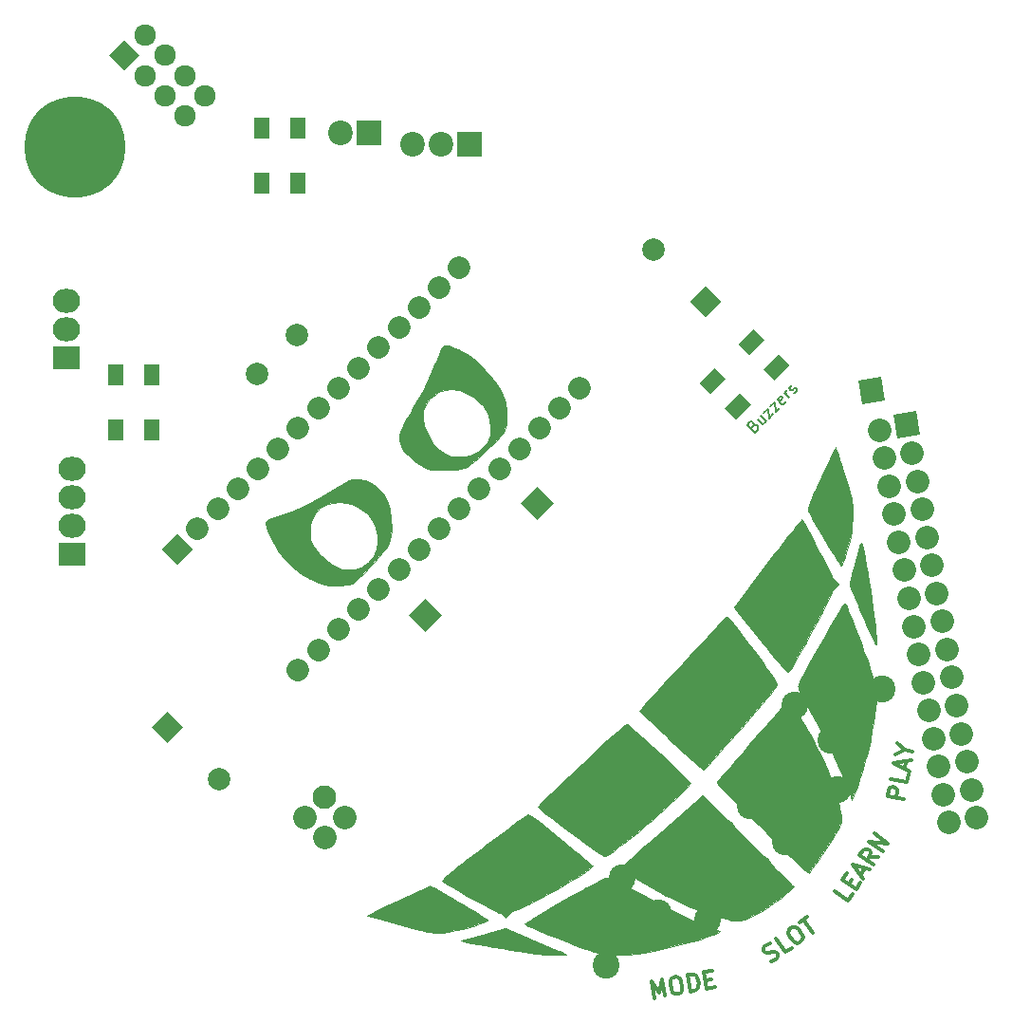
<source format=gts>
G04 #@! TF.FileFunction,Soldermask,Top*
%FSLAX46Y46*%
G04 Gerber Fmt 4.6, Leading zero omitted, Abs format (unit mm)*
G04 Created by KiCad (PCBNEW 4.0.7) date 06/14/18 23:49:54*
%MOMM*%
%LPD*%
G01*
G04 APERTURE LIST*
%ADD10C,0.100000*%
%ADD11C,0.150000*%
%ADD12C,0.300000*%
%ADD13C,0.010000*%
%ADD14C,2.000000*%
%ADD15R,1.400000X1.900000*%
%ADD16R,2.200000X2.200000*%
%ADD17C,2.200000*%
%ADD18C,2.100000*%
%ADD19R,2.432000X2.127200*%
%ADD20O,2.432000X2.127200*%
%ADD21C,2.400000*%
%ADD22C,1.924000*%
%ADD23C,2.100000*%
%ADD24C,2.000000*%
%ADD25C,9.000000*%
%ADD26C,1.300000*%
G04 APERTURE END LIST*
D10*
D11*
X67299576Y-39099408D02*
X67434263Y-39032064D01*
X67501607Y-39032065D01*
X67602623Y-39065737D01*
X67703638Y-39166752D01*
X67737310Y-39267767D01*
X67737310Y-39335110D01*
X67703638Y-39436126D01*
X67434263Y-39705500D01*
X66727157Y-38998393D01*
X66962859Y-38762690D01*
X67063874Y-38729019D01*
X67131218Y-38729019D01*
X67232233Y-38762690D01*
X67299576Y-38830034D01*
X67333248Y-38931049D01*
X67333248Y-38998393D01*
X67299576Y-39099408D01*
X67063874Y-39335110D01*
X67973012Y-38223942D02*
X68444416Y-38695347D01*
X67669965Y-38526988D02*
X68040355Y-38897378D01*
X68141370Y-38931050D01*
X68242385Y-38897378D01*
X68343401Y-38796362D01*
X68377073Y-38695347D01*
X68377073Y-38628004D01*
X68242385Y-37954569D02*
X68612775Y-37584179D01*
X68713790Y-38425973D01*
X69084180Y-38055584D01*
X68814805Y-37382149D02*
X69185195Y-37011759D01*
X69286210Y-37853553D01*
X69656600Y-37483164D01*
X70161676Y-36910744D02*
X70128004Y-37011759D01*
X69993317Y-37146447D01*
X69892302Y-37180118D01*
X69791286Y-37146447D01*
X69521912Y-36877072D01*
X69488240Y-36776057D01*
X69521912Y-36675042D01*
X69656600Y-36540354D01*
X69757615Y-36506683D01*
X69858630Y-36540354D01*
X69925974Y-36607698D01*
X69656600Y-37011760D01*
X70532065Y-36607698D02*
X70060660Y-36136294D01*
X70195347Y-36270981D02*
X70161675Y-36169965D01*
X70161675Y-36102622D01*
X70195347Y-36001607D01*
X70262691Y-35934263D01*
X70902455Y-36169965D02*
X71003470Y-36136294D01*
X71138157Y-36001607D01*
X71171829Y-35900591D01*
X71138157Y-35799576D01*
X71104486Y-35765904D01*
X71003470Y-35732232D01*
X70902455Y-35765905D01*
X70801439Y-35866920D01*
X70700424Y-35900592D01*
X70599408Y-35866919D01*
X70565737Y-35833247D01*
X70532065Y-35732232D01*
X70565737Y-35631217D01*
X70666752Y-35530202D01*
X70767768Y-35496530D01*
D12*
X80771352Y-72368821D02*
X79294140Y-72108349D01*
X79393368Y-71545602D01*
X79488519Y-71417318D01*
X79571266Y-71359379D01*
X79724356Y-71313842D01*
X79935385Y-71351052D01*
X80063670Y-71446203D01*
X80121609Y-71528949D01*
X80167146Y-71682040D01*
X80067919Y-72244787D01*
X81155859Y-70188175D02*
X81031824Y-70891610D01*
X79554613Y-70631138D01*
X80808219Y-69691695D02*
X80932254Y-68988260D01*
X81205472Y-69906802D02*
X79815085Y-69153926D01*
X81379121Y-68921994D01*
X80812125Y-68024183D02*
X81515558Y-68148217D01*
X79951523Y-68380149D02*
X80812125Y-68024183D01*
X80125171Y-67395341D01*
X76183366Y-80849326D02*
X75773669Y-81434435D01*
X74544941Y-80574070D01*
X75826535Y-79989083D02*
X76113324Y-79579507D01*
X76879852Y-79854641D02*
X76470155Y-80439750D01*
X75241427Y-79579385D01*
X75651124Y-78994277D01*
X76856545Y-79140737D02*
X77266243Y-78555628D01*
X77125670Y-79503576D02*
X76183731Y-78233636D01*
X77699247Y-78684424D01*
X78477672Y-77572718D02*
X77605776Y-77572597D01*
X77986035Y-78274848D02*
X76757307Y-77414484D01*
X77085065Y-76946397D01*
X77225516Y-76870345D01*
X77324997Y-76852804D01*
X77482988Y-76876233D01*
X77658520Y-76999141D01*
X77734573Y-77139593D01*
X77752114Y-77239072D01*
X77728685Y-77397065D01*
X77400927Y-77865151D01*
X78846400Y-77046120D02*
X77617672Y-76185756D01*
X79338037Y-76343990D01*
X78109309Y-75483625D01*
X68888129Y-86869829D02*
X69104631Y-86805430D01*
X69397186Y-86600581D01*
X69473238Y-86460131D01*
X69490779Y-86360650D01*
X69467350Y-86202659D01*
X69385411Y-86085637D01*
X69244961Y-86009585D01*
X69145480Y-85992044D01*
X68987489Y-86015473D01*
X68712476Y-86120841D01*
X68554484Y-86144270D01*
X68455003Y-86126728D01*
X68314553Y-86050677D01*
X68232613Y-85933655D01*
X68209185Y-85775664D01*
X68226726Y-85676183D01*
X68302778Y-85535732D01*
X68595332Y-85330884D01*
X68811834Y-85266485D01*
X70742936Y-85658277D02*
X70157827Y-86067975D01*
X69297462Y-84839246D01*
X70526190Y-83978882D02*
X70760233Y-83815003D01*
X70918226Y-83791574D01*
X71117187Y-83826656D01*
X71339576Y-84019730D01*
X71626364Y-84429306D01*
X71731733Y-84704320D01*
X71696651Y-84903281D01*
X71620598Y-85043731D01*
X71386555Y-85207610D01*
X71228564Y-85231039D01*
X71029603Y-85195957D01*
X70807212Y-85002883D01*
X70520424Y-84593307D01*
X70415056Y-84318293D01*
X70450138Y-84119332D01*
X70526190Y-83978882D01*
X71403853Y-83364335D02*
X72105984Y-82872698D01*
X72615284Y-84347245D02*
X71754919Y-83118517D01*
X58444783Y-90139593D02*
X58184310Y-88662381D01*
X58862766Y-89630709D01*
X59169118Y-88488733D01*
X59429590Y-89965945D01*
X60153926Y-88315085D02*
X60435299Y-88265471D01*
X60588391Y-88311008D01*
X60753884Y-88426888D01*
X60873841Y-88695858D01*
X60960665Y-89188262D01*
X60939936Y-89482039D01*
X60824056Y-89647533D01*
X60695772Y-89742683D01*
X60414398Y-89792296D01*
X60261308Y-89746760D01*
X60095815Y-89630881D01*
X59975857Y-89361910D01*
X59889033Y-88869506D01*
X59909763Y-88575729D01*
X60025643Y-88410236D01*
X60153926Y-88315085D01*
X61680580Y-89569034D02*
X61420108Y-88091823D01*
X61771825Y-88029806D01*
X61995258Y-88062939D01*
X62160753Y-88178819D01*
X62255903Y-88307102D01*
X62375860Y-88576073D01*
X62413070Y-88787102D01*
X62392341Y-89080880D01*
X62346805Y-89233970D01*
X62230924Y-89399464D01*
X62032298Y-89507017D01*
X61680580Y-89569034D01*
X63021354Y-88534785D02*
X63513758Y-88447961D01*
X63861226Y-89184528D02*
X63157792Y-89308562D01*
X62897320Y-87831350D01*
X63600754Y-87707316D01*
D13*
G36*
X47723391Y-85008006D02*
X48349765Y-85270428D01*
X48934078Y-85516826D01*
X49455813Y-85738425D01*
X49894454Y-85926449D01*
X50229483Y-86072124D01*
X50440383Y-86166675D01*
X50497334Y-86194408D01*
X50578955Y-86245889D01*
X50584294Y-86279993D01*
X50492223Y-86299954D01*
X50281614Y-86309012D01*
X49931339Y-86310403D01*
X49746000Y-86309530D01*
X49220990Y-86295296D01*
X48629505Y-86261925D01*
X48066193Y-86215345D01*
X47828773Y-86189452D01*
X47417039Y-86134195D01*
X46882134Y-86054347D01*
X46253635Y-85955028D01*
X45561117Y-85841360D01*
X44834154Y-85718462D01*
X44102322Y-85591457D01*
X43395197Y-85465465D01*
X42742353Y-85345608D01*
X42173366Y-85237005D01*
X41717811Y-85144779D01*
X41448667Y-85084730D01*
X41237000Y-85033759D01*
X41427114Y-84961084D01*
X41563138Y-84918354D01*
X41835913Y-84839996D01*
X42218437Y-84733499D01*
X42683709Y-84606351D01*
X43204729Y-84466043D01*
X43394505Y-84415413D01*
X45171781Y-83942416D01*
X47723391Y-85008006D01*
X47723391Y-85008006D01*
G37*
X47723391Y-85008006D02*
X48349765Y-85270428D01*
X48934078Y-85516826D01*
X49455813Y-85738425D01*
X49894454Y-85926449D01*
X50229483Y-86072124D01*
X50440383Y-86166675D01*
X50497334Y-86194408D01*
X50578955Y-86245889D01*
X50584294Y-86279993D01*
X50492223Y-86299954D01*
X50281614Y-86309012D01*
X49931339Y-86310403D01*
X49746000Y-86309530D01*
X49220990Y-86295296D01*
X48629505Y-86261925D01*
X48066193Y-86215345D01*
X47828773Y-86189452D01*
X47417039Y-86134195D01*
X46882134Y-86054347D01*
X46253635Y-85955028D01*
X45561117Y-85841360D01*
X44834154Y-85718462D01*
X44102322Y-85591457D01*
X43395197Y-85465465D01*
X42742353Y-85345608D01*
X42173366Y-85237005D01*
X41717811Y-85144779D01*
X41448667Y-85084730D01*
X41237000Y-85033759D01*
X41427114Y-84961084D01*
X41563138Y-84918354D01*
X41835913Y-84839996D01*
X42218437Y-84733499D01*
X42683709Y-84606351D01*
X43204729Y-84466043D01*
X43394505Y-84415413D01*
X45171781Y-83942416D01*
X47723391Y-85008006D01*
G36*
X54506183Y-79462366D02*
X54713122Y-79537908D01*
X54960929Y-79657410D01*
X55153933Y-79754942D01*
X55472563Y-79917876D01*
X55903305Y-80142320D01*
X56409482Y-80408938D01*
X56954418Y-80698396D01*
X57501435Y-80991356D01*
X57606805Y-81048098D01*
X58359314Y-81449405D01*
X59110812Y-81842131D01*
X59841271Y-82216387D01*
X60530667Y-82562286D01*
X61158974Y-82869939D01*
X61706164Y-83129460D01*
X62152212Y-83330960D01*
X62477093Y-83464552D01*
X62561384Y-83494398D01*
X63010525Y-83647899D01*
X63434209Y-83803238D01*
X63803869Y-83948820D01*
X64090939Y-84073047D01*
X64266851Y-84164321D01*
X64308667Y-84203741D01*
X64228909Y-84279858D01*
X63999261Y-84391581D01*
X63634162Y-84533653D01*
X63148051Y-84700818D01*
X62555366Y-84887820D01*
X61895667Y-85082228D01*
X60454777Y-85475629D01*
X59151857Y-85791410D01*
X57975216Y-86031169D01*
X56913165Y-86196508D01*
X55954013Y-86289028D01*
X55086072Y-86310327D01*
X54297651Y-86262008D01*
X53801758Y-86190342D01*
X53455715Y-86116627D01*
X53056945Y-86009484D01*
X52590331Y-85863537D01*
X52040757Y-85673409D01*
X51393107Y-85433726D01*
X50632264Y-85139110D01*
X49743113Y-84784187D01*
X49010101Y-84486284D01*
X48357234Y-84218247D01*
X47846616Y-84005222D01*
X47463109Y-83839757D01*
X47191571Y-83714396D01*
X47016864Y-83621687D01*
X46923846Y-83554175D01*
X46897377Y-83504407D01*
X46922318Y-83464928D01*
X46927475Y-83460948D01*
X47068996Y-83368667D01*
X47337160Y-83205191D01*
X47711135Y-82982534D01*
X48170087Y-82712710D01*
X48693181Y-82407735D01*
X49259584Y-82079623D01*
X49848461Y-81740388D01*
X50438978Y-81402045D01*
X51010302Y-81076608D01*
X51541599Y-80776092D01*
X52012034Y-80512512D01*
X52400773Y-80297881D01*
X52589051Y-80196039D01*
X53125931Y-79908909D01*
X53539350Y-79693999D01*
X53856696Y-79546601D01*
X54105359Y-79462002D01*
X54312725Y-79435494D01*
X54506183Y-79462366D01*
X54506183Y-79462366D01*
G37*
X54506183Y-79462366D02*
X54713122Y-79537908D01*
X54960929Y-79657410D01*
X55153933Y-79754942D01*
X55472563Y-79917876D01*
X55903305Y-80142320D01*
X56409482Y-80408938D01*
X56954418Y-80698396D01*
X57501435Y-80991356D01*
X57606805Y-81048098D01*
X58359314Y-81449405D01*
X59110812Y-81842131D01*
X59841271Y-82216387D01*
X60530667Y-82562286D01*
X61158974Y-82869939D01*
X61706164Y-83129460D01*
X62152212Y-83330960D01*
X62477093Y-83464552D01*
X62561384Y-83494398D01*
X63010525Y-83647899D01*
X63434209Y-83803238D01*
X63803869Y-83948820D01*
X64090939Y-84073047D01*
X64266851Y-84164321D01*
X64308667Y-84203741D01*
X64228909Y-84279858D01*
X63999261Y-84391581D01*
X63634162Y-84533653D01*
X63148051Y-84700818D01*
X62555366Y-84887820D01*
X61895667Y-85082228D01*
X60454777Y-85475629D01*
X59151857Y-85791410D01*
X57975216Y-86031169D01*
X56913165Y-86196508D01*
X55954013Y-86289028D01*
X55086072Y-86310327D01*
X54297651Y-86262008D01*
X53801758Y-86190342D01*
X53455715Y-86116627D01*
X53056945Y-86009484D01*
X52590331Y-85863537D01*
X52040757Y-85673409D01*
X51393107Y-85433726D01*
X50632264Y-85139110D01*
X49743113Y-84784187D01*
X49010101Y-84486284D01*
X48357234Y-84218247D01*
X47846616Y-84005222D01*
X47463109Y-83839757D01*
X47191571Y-83714396D01*
X47016864Y-83621687D01*
X46923846Y-83554175D01*
X46897377Y-83504407D01*
X46922318Y-83464928D01*
X46927475Y-83460948D01*
X47068996Y-83368667D01*
X47337160Y-83205191D01*
X47711135Y-82982534D01*
X48170087Y-82712710D01*
X48693181Y-82407735D01*
X49259584Y-82079623D01*
X49848461Y-81740388D01*
X50438978Y-81402045D01*
X51010302Y-81076608D01*
X51541599Y-80776092D01*
X52012034Y-80512512D01*
X52400773Y-80297881D01*
X52589051Y-80196039D01*
X53125931Y-79908909D01*
X53539350Y-79693999D01*
X53856696Y-79546601D01*
X54105359Y-79462002D01*
X54312725Y-79435494D01*
X54506183Y-79462366D01*
G36*
X38524449Y-80182874D02*
X38754376Y-80299485D01*
X39085064Y-80479149D01*
X39496195Y-80709851D01*
X39967453Y-80979574D01*
X40478522Y-81276301D01*
X41009083Y-81588017D01*
X41538821Y-81902704D01*
X42047419Y-82208346D01*
X42514559Y-82492927D01*
X42919926Y-82744431D01*
X43243202Y-82950840D01*
X43464071Y-83100139D01*
X43562216Y-83180311D01*
X43565333Y-83187161D01*
X43553809Y-83227682D01*
X43501965Y-83270238D01*
X43383899Y-83325981D01*
X43173706Y-83406063D01*
X42845481Y-83521636D01*
X42560648Y-83619674D01*
X41995978Y-83795119D01*
X41358215Y-83963551D01*
X40700537Y-84113210D01*
X40076126Y-84232336D01*
X39538163Y-84309167D01*
X39374333Y-84324324D01*
X38896989Y-84329094D01*
X38390398Y-84286455D01*
X38189000Y-84254106D01*
X37960784Y-84202884D01*
X37597561Y-84112583D01*
X37127114Y-83990742D01*
X36577225Y-83844905D01*
X35975677Y-83682612D01*
X35350250Y-83511406D01*
X34728729Y-83338828D01*
X34138894Y-83172420D01*
X33608528Y-83019723D01*
X33236000Y-82909584D01*
X32855000Y-82795061D01*
X34082667Y-82176682D01*
X34604956Y-81916186D01*
X35164436Y-81641640D01*
X35739771Y-81363065D01*
X36309630Y-81090482D01*
X36852677Y-80833913D01*
X37347579Y-80603380D01*
X37773002Y-80408903D01*
X38107612Y-80260503D01*
X38330076Y-80168203D01*
X38415599Y-80141333D01*
X38524449Y-80182874D01*
X38524449Y-80182874D01*
G37*
X38524449Y-80182874D02*
X38754376Y-80299485D01*
X39085064Y-80479149D01*
X39496195Y-80709851D01*
X39967453Y-80979574D01*
X40478522Y-81276301D01*
X41009083Y-81588017D01*
X41538821Y-81902704D01*
X42047419Y-82208346D01*
X42514559Y-82492927D01*
X42919926Y-82744431D01*
X43243202Y-82950840D01*
X43464071Y-83100139D01*
X43562216Y-83180311D01*
X43565333Y-83187161D01*
X43553809Y-83227682D01*
X43501965Y-83270238D01*
X43383899Y-83325981D01*
X43173706Y-83406063D01*
X42845481Y-83521636D01*
X42560648Y-83619674D01*
X41995978Y-83795119D01*
X41358215Y-83963551D01*
X40700537Y-84113210D01*
X40076126Y-84232336D01*
X39538163Y-84309167D01*
X39374333Y-84324324D01*
X38896989Y-84329094D01*
X38390398Y-84286455D01*
X38189000Y-84254106D01*
X37960784Y-84202884D01*
X37597561Y-84112583D01*
X37127114Y-83990742D01*
X36577225Y-83844905D01*
X35975677Y-83682612D01*
X35350250Y-83511406D01*
X34728729Y-83338828D01*
X34138894Y-83172420D01*
X33608528Y-83019723D01*
X33236000Y-82909584D01*
X32855000Y-82795061D01*
X34082667Y-82176682D01*
X34604956Y-81916186D01*
X35164436Y-81641640D01*
X35739771Y-81363065D01*
X36309630Y-81090482D01*
X36852677Y-80833913D01*
X37347579Y-80603380D01*
X37773002Y-80408903D01*
X38107612Y-80260503D01*
X38330076Y-80168203D01*
X38415599Y-80141333D01*
X38524449Y-80182874D01*
G36*
X66867816Y-76138813D02*
X67552013Y-76823583D01*
X68199671Y-77473116D01*
X68801035Y-78077540D01*
X69346349Y-78626988D01*
X69825857Y-79111590D01*
X70229802Y-79521477D01*
X70548430Y-79846780D01*
X70771984Y-80077630D01*
X70890708Y-80204158D01*
X70907793Y-80225669D01*
X70845377Y-80296049D01*
X70683128Y-80446892D01*
X70451396Y-80650367D01*
X70353438Y-80734000D01*
X69804965Y-81169035D01*
X69156710Y-81635725D01*
X68463797Y-82097323D01*
X67781348Y-82517083D01*
X67174491Y-82853129D01*
X66751623Y-83060081D01*
X66408404Y-83192191D01*
X66094982Y-83254955D01*
X65761503Y-83253870D01*
X65358116Y-83194430D01*
X64920678Y-83101599D01*
X63928805Y-82835622D01*
X62838937Y-82467595D01*
X61678002Y-82009783D01*
X60472927Y-81474450D01*
X59250643Y-80873861D01*
X58038076Y-80220280D01*
X56862156Y-79525972D01*
X56328833Y-79188445D01*
X55986710Y-78961876D01*
X55703292Y-78764697D01*
X55505464Y-78616317D01*
X55420111Y-78536143D01*
X55418667Y-78531395D01*
X55481090Y-78465350D01*
X55660795Y-78299147D01*
X55946432Y-78042757D01*
X56326652Y-77706148D01*
X56790106Y-77299291D01*
X57325445Y-76832155D01*
X57921320Y-76314709D01*
X58566381Y-75756924D01*
X59120816Y-75279234D01*
X62822965Y-72094620D01*
X66867816Y-76138813D01*
X66867816Y-76138813D01*
G37*
X66867816Y-76138813D02*
X67552013Y-76823583D01*
X68199671Y-77473116D01*
X68801035Y-78077540D01*
X69346349Y-78626988D01*
X69825857Y-79111590D01*
X70229802Y-79521477D01*
X70548430Y-79846780D01*
X70771984Y-80077630D01*
X70890708Y-80204158D01*
X70907793Y-80225669D01*
X70845377Y-80296049D01*
X70683128Y-80446892D01*
X70451396Y-80650367D01*
X70353438Y-80734000D01*
X69804965Y-81169035D01*
X69156710Y-81635725D01*
X68463797Y-82097323D01*
X67781348Y-82517083D01*
X67174491Y-82853129D01*
X66751623Y-83060081D01*
X66408404Y-83192191D01*
X66094982Y-83254955D01*
X65761503Y-83253870D01*
X65358116Y-83194430D01*
X64920678Y-83101599D01*
X63928805Y-82835622D01*
X62838937Y-82467595D01*
X61678002Y-82009783D01*
X60472927Y-81474450D01*
X59250643Y-80873861D01*
X58038076Y-80220280D01*
X56862156Y-79525972D01*
X56328833Y-79188445D01*
X55986710Y-78961876D01*
X55703292Y-78764697D01*
X55505464Y-78616317D01*
X55420111Y-78536143D01*
X55418667Y-78531395D01*
X55481090Y-78465350D01*
X55660795Y-78299147D01*
X55946432Y-78042757D01*
X56326652Y-77706148D01*
X56790106Y-77299291D01*
X57325445Y-76832155D01*
X57921320Y-76314709D01*
X58566381Y-75756924D01*
X59120816Y-75279234D01*
X62822965Y-72094620D01*
X66867816Y-76138813D01*
G36*
X47202273Y-73777982D02*
X47297294Y-73814605D01*
X47432786Y-73892833D01*
X47620893Y-74021533D01*
X47873762Y-74209575D01*
X48203538Y-74465826D01*
X48622366Y-74799157D01*
X49142393Y-75218434D01*
X49775764Y-75732529D01*
X50090724Y-75988807D01*
X50687824Y-76476004D01*
X51243248Y-76931366D01*
X51743401Y-77343589D01*
X52174690Y-77701367D01*
X52523520Y-77993397D01*
X52776298Y-78208375D01*
X52919430Y-78334997D01*
X52947110Y-78364068D01*
X52892822Y-78450379D01*
X52705788Y-78605996D01*
X52402861Y-78820896D01*
X52000896Y-79085051D01*
X51516744Y-79388437D01*
X50967262Y-79721027D01*
X50369300Y-80072797D01*
X49739714Y-80433721D01*
X49095358Y-80793773D01*
X48453083Y-81142928D01*
X47829745Y-81471160D01*
X47242197Y-81768444D01*
X47138571Y-81819345D01*
X46647246Y-82056711D01*
X46273464Y-82228213D01*
X45984209Y-82345485D01*
X45746465Y-82420163D01*
X45527217Y-82463879D01*
X45293449Y-82488270D01*
X45227486Y-82492801D01*
X44614064Y-82532168D01*
X43462577Y-81934968D01*
X43053468Y-81720065D01*
X42585273Y-81469629D01*
X42081003Y-81196441D01*
X41563668Y-80913279D01*
X41056278Y-80632923D01*
X40581845Y-80368151D01*
X40163376Y-80131742D01*
X39823884Y-79936475D01*
X39586377Y-79795129D01*
X39473867Y-79720483D01*
X39471908Y-79718705D01*
X39500223Y-79638761D01*
X39636370Y-79481915D01*
X39854903Y-79275718D01*
X39979908Y-79168701D01*
X40149715Y-79032651D01*
X40431942Y-78812563D01*
X40810311Y-78520750D01*
X41268548Y-78169525D01*
X41790376Y-77771199D01*
X42359518Y-77338084D01*
X42959697Y-76882493D01*
X43574639Y-76416737D01*
X44188066Y-75953129D01*
X44783701Y-75503981D01*
X45345270Y-75081604D01*
X45856495Y-74698312D01*
X46301100Y-74366415D01*
X46662809Y-74098226D01*
X46925346Y-73906058D01*
X47072434Y-73802221D01*
X47085058Y-73794070D01*
X47135576Y-73774093D01*
X47202273Y-73777982D01*
X47202273Y-73777982D01*
G37*
X47202273Y-73777982D02*
X47297294Y-73814605D01*
X47432786Y-73892833D01*
X47620893Y-74021533D01*
X47873762Y-74209575D01*
X48203538Y-74465826D01*
X48622366Y-74799157D01*
X49142393Y-75218434D01*
X49775764Y-75732529D01*
X50090724Y-75988807D01*
X50687824Y-76476004D01*
X51243248Y-76931366D01*
X51743401Y-77343589D01*
X52174690Y-77701367D01*
X52523520Y-77993397D01*
X52776298Y-78208375D01*
X52919430Y-78334997D01*
X52947110Y-78364068D01*
X52892822Y-78450379D01*
X52705788Y-78605996D01*
X52402861Y-78820896D01*
X52000896Y-79085051D01*
X51516744Y-79388437D01*
X50967262Y-79721027D01*
X50369300Y-80072797D01*
X49739714Y-80433721D01*
X49095358Y-80793773D01*
X48453083Y-81142928D01*
X47829745Y-81471160D01*
X47242197Y-81768444D01*
X47138571Y-81819345D01*
X46647246Y-82056711D01*
X46273464Y-82228213D01*
X45984209Y-82345485D01*
X45746465Y-82420163D01*
X45527217Y-82463879D01*
X45293449Y-82488270D01*
X45227486Y-82492801D01*
X44614064Y-82532168D01*
X43462577Y-81934968D01*
X43053468Y-81720065D01*
X42585273Y-81469629D01*
X42081003Y-81196441D01*
X41563668Y-80913279D01*
X41056278Y-80632923D01*
X40581845Y-80368151D01*
X40163376Y-80131742D01*
X39823884Y-79936475D01*
X39586377Y-79795129D01*
X39473867Y-79720483D01*
X39471908Y-79718705D01*
X39500223Y-79638761D01*
X39636370Y-79481915D01*
X39854903Y-79275718D01*
X39979908Y-79168701D01*
X40149715Y-79032651D01*
X40431942Y-78812563D01*
X40810311Y-78520750D01*
X41268548Y-78169525D01*
X41790376Y-77771199D01*
X42359518Y-77338084D01*
X42959697Y-76882493D01*
X43574639Y-76416737D01*
X44188066Y-75953129D01*
X44783701Y-75503981D01*
X45345270Y-75081604D01*
X45856495Y-74698312D01*
X46301100Y-74366415D01*
X46662809Y-74098226D01*
X46925346Y-73906058D01*
X47072434Y-73802221D01*
X47085058Y-73794070D01*
X47135576Y-73774093D01*
X47202273Y-73777982D01*
G36*
X70630719Y-63750090D02*
X70773433Y-63943091D01*
X70981173Y-64260607D01*
X71239294Y-64677732D01*
X71533152Y-65169560D01*
X71848103Y-65711185D01*
X72169501Y-66277702D01*
X72482704Y-66844204D01*
X72773065Y-67385787D01*
X72811121Y-67458320D01*
X73426452Y-68694887D01*
X73957571Y-69887567D01*
X74397281Y-71017487D01*
X74738389Y-72065775D01*
X74973701Y-73013558D01*
X75017466Y-73245781D01*
X75081428Y-73608822D01*
X75127450Y-73906274D01*
X75147711Y-74160437D01*
X75134392Y-74393613D01*
X75079670Y-74628103D01*
X74975725Y-74886208D01*
X74814736Y-75190230D01*
X74588882Y-75562468D01*
X74290343Y-76025226D01*
X73911297Y-76600804D01*
X73760896Y-76828889D01*
X73407740Y-77362087D01*
X73081283Y-77849550D01*
X72793933Y-78273176D01*
X72558100Y-78614863D01*
X72386194Y-78856507D01*
X72290622Y-78980007D01*
X72278513Y-78991423D01*
X72188055Y-78952970D01*
X71991779Y-78802843D01*
X71701392Y-78551279D01*
X71328600Y-78208512D01*
X70885110Y-77784779D01*
X70767509Y-77670273D01*
X70361350Y-77273926D01*
X69992276Y-76914692D01*
X69678639Y-76610362D01*
X69438791Y-76378722D01*
X69291085Y-76237560D01*
X69255077Y-76204333D01*
X69175688Y-76128455D01*
X68988943Y-75946027D01*
X68707718Y-75669740D01*
X68344888Y-75312288D01*
X67913326Y-74886360D01*
X67425908Y-74404649D01*
X66895509Y-73879847D01*
X66559968Y-73547554D01*
X65928611Y-72921081D01*
X65408597Y-72402197D01*
X64990118Y-71980187D01*
X64663367Y-71644336D01*
X64418535Y-71383928D01*
X64245814Y-71188248D01*
X64135397Y-71046580D01*
X64077476Y-70948208D01*
X64062242Y-70882417D01*
X64079888Y-70838491D01*
X64080117Y-70838221D01*
X64413235Y-70447653D01*
X64831816Y-69959439D01*
X65316269Y-69396222D01*
X65847000Y-68780645D01*
X66404415Y-68135351D01*
X66968923Y-67482981D01*
X67520929Y-66846180D01*
X68040841Y-66247590D01*
X68509066Y-65709853D01*
X68906010Y-65255613D01*
X69209225Y-64910744D01*
X70435518Y-63523155D01*
X70630719Y-63750090D01*
X70630719Y-63750090D01*
G37*
X70630719Y-63750090D02*
X70773433Y-63943091D01*
X70981173Y-64260607D01*
X71239294Y-64677732D01*
X71533152Y-65169560D01*
X71848103Y-65711185D01*
X72169501Y-66277702D01*
X72482704Y-66844204D01*
X72773065Y-67385787D01*
X72811121Y-67458320D01*
X73426452Y-68694887D01*
X73957571Y-69887567D01*
X74397281Y-71017487D01*
X74738389Y-72065775D01*
X74973701Y-73013558D01*
X75017466Y-73245781D01*
X75081428Y-73608822D01*
X75127450Y-73906274D01*
X75147711Y-74160437D01*
X75134392Y-74393613D01*
X75079670Y-74628103D01*
X74975725Y-74886208D01*
X74814736Y-75190230D01*
X74588882Y-75562468D01*
X74290343Y-76025226D01*
X73911297Y-76600804D01*
X73760896Y-76828889D01*
X73407740Y-77362087D01*
X73081283Y-77849550D01*
X72793933Y-78273176D01*
X72558100Y-78614863D01*
X72386194Y-78856507D01*
X72290622Y-78980007D01*
X72278513Y-78991423D01*
X72188055Y-78952970D01*
X71991779Y-78802843D01*
X71701392Y-78551279D01*
X71328600Y-78208512D01*
X70885110Y-77784779D01*
X70767509Y-77670273D01*
X70361350Y-77273926D01*
X69992276Y-76914692D01*
X69678639Y-76610362D01*
X69438791Y-76378722D01*
X69291085Y-76237560D01*
X69255077Y-76204333D01*
X69175688Y-76128455D01*
X68988943Y-75946027D01*
X68707718Y-75669740D01*
X68344888Y-75312288D01*
X67913326Y-74886360D01*
X67425908Y-74404649D01*
X66895509Y-73879847D01*
X66559968Y-73547554D01*
X65928611Y-72921081D01*
X65408597Y-72402197D01*
X64990118Y-71980187D01*
X64663367Y-71644336D01*
X64418535Y-71383928D01*
X64245814Y-71188248D01*
X64135397Y-71046580D01*
X64077476Y-70948208D01*
X64062242Y-70882417D01*
X64079888Y-70838491D01*
X64080117Y-70838221D01*
X64413235Y-70447653D01*
X64831816Y-69959439D01*
X65316269Y-69396222D01*
X65847000Y-68780645D01*
X66404415Y-68135351D01*
X66968923Y-67482981D01*
X67520929Y-66846180D01*
X68040841Y-66247590D01*
X68509066Y-65709853D01*
X68906010Y-65255613D01*
X69209225Y-64910744D01*
X70435518Y-63523155D01*
X70630719Y-63750090D01*
G36*
X56065572Y-65707332D02*
X56211625Y-65816695D01*
X56290730Y-65888721D01*
X56449588Y-66034154D01*
X56704146Y-66265606D01*
X57024291Y-66555764D01*
X57379908Y-66877312D01*
X57535333Y-67017617D01*
X58161251Y-67585230D01*
X58773809Y-68146149D01*
X59360427Y-68688428D01*
X59908525Y-69200122D01*
X60405523Y-69669283D01*
X60838841Y-70083966D01*
X61195900Y-70432225D01*
X61464120Y-70702114D01*
X61630920Y-70881687D01*
X61684000Y-70957269D01*
X61622115Y-71065982D01*
X61446367Y-71270965D01*
X61171619Y-71558472D01*
X60812734Y-71914755D01*
X60384573Y-72326070D01*
X59901998Y-72778667D01*
X59379872Y-73258802D01*
X58833057Y-73752727D01*
X58276415Y-74246695D01*
X57724809Y-74726960D01*
X57193100Y-75179776D01*
X56696151Y-75591394D01*
X56519333Y-75734294D01*
X56127857Y-76041360D01*
X55709367Y-76358026D01*
X55287912Y-76667363D01*
X54887541Y-76952443D01*
X54532302Y-77196339D01*
X54246245Y-77382120D01*
X54053419Y-77492860D01*
X53987256Y-77516667D01*
X53894808Y-77471176D01*
X53695405Y-77348028D01*
X53420441Y-77167212D01*
X53167304Y-76994570D01*
X52775168Y-76717763D01*
X52293931Y-76369525D01*
X51747646Y-75968023D01*
X51160368Y-75531430D01*
X50556151Y-75077914D01*
X49959050Y-74625645D01*
X49393117Y-74192794D01*
X48882409Y-73797531D01*
X48450979Y-73458025D01*
X48122880Y-73192446D01*
X48025347Y-73110458D01*
X48070766Y-73042476D01*
X48228293Y-72871820D01*
X48485322Y-72610353D01*
X48829243Y-72269943D01*
X49247450Y-71862454D01*
X49727335Y-71399752D01*
X50256289Y-70893702D01*
X50821705Y-70356171D01*
X51410976Y-69799023D01*
X52011493Y-69234125D01*
X52610648Y-68673342D01*
X53195835Y-68128539D01*
X53754444Y-67611582D01*
X54273869Y-67134337D01*
X54741502Y-66708669D01*
X55144734Y-66346443D01*
X55470958Y-66059526D01*
X55707567Y-65859782D01*
X55825063Y-65769909D01*
X55956560Y-65696800D01*
X56065572Y-65707332D01*
X56065572Y-65707332D01*
G37*
X56065572Y-65707332D02*
X56211625Y-65816695D01*
X56290730Y-65888721D01*
X56449588Y-66034154D01*
X56704146Y-66265606D01*
X57024291Y-66555764D01*
X57379908Y-66877312D01*
X57535333Y-67017617D01*
X58161251Y-67585230D01*
X58773809Y-68146149D01*
X59360427Y-68688428D01*
X59908525Y-69200122D01*
X60405523Y-69669283D01*
X60838841Y-70083966D01*
X61195900Y-70432225D01*
X61464120Y-70702114D01*
X61630920Y-70881687D01*
X61684000Y-70957269D01*
X61622115Y-71065982D01*
X61446367Y-71270965D01*
X61171619Y-71558472D01*
X60812734Y-71914755D01*
X60384573Y-72326070D01*
X59901998Y-72778667D01*
X59379872Y-73258802D01*
X58833057Y-73752727D01*
X58276415Y-74246695D01*
X57724809Y-74726960D01*
X57193100Y-75179776D01*
X56696151Y-75591394D01*
X56519333Y-75734294D01*
X56127857Y-76041360D01*
X55709367Y-76358026D01*
X55287912Y-76667363D01*
X54887541Y-76952443D01*
X54532302Y-77196339D01*
X54246245Y-77382120D01*
X54053419Y-77492860D01*
X53987256Y-77516667D01*
X53894808Y-77471176D01*
X53695405Y-77348028D01*
X53420441Y-77167212D01*
X53167304Y-76994570D01*
X52775168Y-76717763D01*
X52293931Y-76369525D01*
X51747646Y-75968023D01*
X51160368Y-75531430D01*
X50556151Y-75077914D01*
X49959050Y-74625645D01*
X49393117Y-74192794D01*
X48882409Y-73797531D01*
X48450979Y-73458025D01*
X48122880Y-73192446D01*
X48025347Y-73110458D01*
X48070766Y-73042476D01*
X48228293Y-72871820D01*
X48485322Y-72610353D01*
X48829243Y-72269943D01*
X49247450Y-71862454D01*
X49727335Y-71399752D01*
X50256289Y-70893702D01*
X50821705Y-70356171D01*
X51410976Y-69799023D01*
X52011493Y-69234125D01*
X52610648Y-68673342D01*
X53195835Y-68128539D01*
X53754444Y-67611582D01*
X54273869Y-67134337D01*
X54741502Y-66708669D01*
X55144734Y-66346443D01*
X55470958Y-66059526D01*
X55707567Y-65859782D01*
X55825063Y-65769909D01*
X55956560Y-65696800D01*
X56065572Y-65707332D01*
G36*
X75532292Y-55044600D02*
X75637073Y-55232120D01*
X75774726Y-55532644D01*
X75950256Y-55957291D01*
X76168669Y-56517182D01*
X76434970Y-57223435D01*
X76513936Y-57435819D01*
X76890991Y-58455318D01*
X77211835Y-59331695D01*
X77480673Y-60080018D01*
X77701710Y-60715355D01*
X77879153Y-61252772D01*
X78017208Y-61707336D01*
X78120080Y-62094114D01*
X78191975Y-62428174D01*
X78237100Y-62724582D01*
X78259660Y-62998406D01*
X78263860Y-63264712D01*
X78253907Y-63538569D01*
X78247414Y-63645836D01*
X78198383Y-64175138D01*
X78115200Y-64827453D01*
X78004910Y-65561550D01*
X77874559Y-66336199D01*
X77731195Y-67110169D01*
X77581864Y-67842227D01*
X77433611Y-68491143D01*
X77388967Y-68669000D01*
X77217932Y-69292848D01*
X77014664Y-69970598D01*
X76794904Y-70654156D01*
X76574396Y-71295430D01*
X76368879Y-71846327D01*
X76268718Y-72091548D01*
X76108894Y-72466095D01*
X75884792Y-71922214D01*
X75774589Y-71652064D01*
X75618868Y-71266713D01*
X75434603Y-70808342D01*
X75238769Y-70319128D01*
X75137779Y-70066000D01*
X74828872Y-69315487D01*
X74507535Y-68588346D01*
X74158019Y-67852702D01*
X73764580Y-67076680D01*
X73311469Y-66228402D01*
X72782941Y-65275995D01*
X72690994Y-65113000D01*
X72299475Y-64418934D01*
X71984585Y-63855573D01*
X71738948Y-63406595D01*
X71555187Y-63055680D01*
X71425923Y-62786506D01*
X71343780Y-62582751D01*
X71301380Y-62428096D01*
X71291346Y-62306219D01*
X71306300Y-62200798D01*
X71333721Y-62110275D01*
X71401188Y-61962744D01*
X71542429Y-61689496D01*
X71746980Y-61308918D01*
X72004374Y-60839396D01*
X72304147Y-60299316D01*
X72635833Y-59707064D01*
X72988967Y-59081025D01*
X73353085Y-58439585D01*
X73717719Y-57801130D01*
X74072407Y-57184047D01*
X74406681Y-56606721D01*
X74710078Y-56087537D01*
X74972131Y-55644883D01*
X75182376Y-55297142D01*
X75330347Y-55062703D01*
X75401325Y-54964093D01*
X75455378Y-54958964D01*
X75532292Y-55044600D01*
X75532292Y-55044600D01*
G37*
X75532292Y-55044600D02*
X75637073Y-55232120D01*
X75774726Y-55532644D01*
X75950256Y-55957291D01*
X76168669Y-56517182D01*
X76434970Y-57223435D01*
X76513936Y-57435819D01*
X76890991Y-58455318D01*
X77211835Y-59331695D01*
X77480673Y-60080018D01*
X77701710Y-60715355D01*
X77879153Y-61252772D01*
X78017208Y-61707336D01*
X78120080Y-62094114D01*
X78191975Y-62428174D01*
X78237100Y-62724582D01*
X78259660Y-62998406D01*
X78263860Y-63264712D01*
X78253907Y-63538569D01*
X78247414Y-63645836D01*
X78198383Y-64175138D01*
X78115200Y-64827453D01*
X78004910Y-65561550D01*
X77874559Y-66336199D01*
X77731195Y-67110169D01*
X77581864Y-67842227D01*
X77433611Y-68491143D01*
X77388967Y-68669000D01*
X77217932Y-69292848D01*
X77014664Y-69970598D01*
X76794904Y-70654156D01*
X76574396Y-71295430D01*
X76368879Y-71846327D01*
X76268718Y-72091548D01*
X76108894Y-72466095D01*
X75884792Y-71922214D01*
X75774589Y-71652064D01*
X75618868Y-71266713D01*
X75434603Y-70808342D01*
X75238769Y-70319128D01*
X75137779Y-70066000D01*
X74828872Y-69315487D01*
X74507535Y-68588346D01*
X74158019Y-67852702D01*
X73764580Y-67076680D01*
X73311469Y-66228402D01*
X72782941Y-65275995D01*
X72690994Y-65113000D01*
X72299475Y-64418934D01*
X71984585Y-63855573D01*
X71738948Y-63406595D01*
X71555187Y-63055680D01*
X71425923Y-62786506D01*
X71343780Y-62582751D01*
X71301380Y-62428096D01*
X71291346Y-62306219D01*
X71306300Y-62200798D01*
X71333721Y-62110275D01*
X71401188Y-61962744D01*
X71542429Y-61689496D01*
X71746980Y-61308918D01*
X72004374Y-60839396D01*
X72304147Y-60299316D01*
X72635833Y-59707064D01*
X72988967Y-59081025D01*
X73353085Y-58439585D01*
X73717719Y-57801130D01*
X74072407Y-57184047D01*
X74406681Y-56606721D01*
X74710078Y-56087537D01*
X74972131Y-55644883D01*
X75182376Y-55297142D01*
X75330347Y-55062703D01*
X75401325Y-54964093D01*
X75455378Y-54958964D01*
X75532292Y-55044600D01*
G36*
X64962437Y-56142676D02*
X65090398Y-56261771D01*
X65284433Y-56479147D01*
X65550696Y-56802324D01*
X65895340Y-57238823D01*
X66324517Y-57796163D01*
X66844381Y-58481865D01*
X66992325Y-58678333D01*
X67585979Y-59470613D01*
X68081873Y-60139462D01*
X68486759Y-60694680D01*
X68807391Y-61146067D01*
X69050522Y-61503424D01*
X69222906Y-61776550D01*
X69331296Y-61975246D01*
X69382445Y-62109312D01*
X69388667Y-62155807D01*
X69379996Y-62225304D01*
X69347032Y-62311660D01*
X69279342Y-62428128D01*
X69166498Y-62587959D01*
X68998068Y-62804404D01*
X68763622Y-63090715D01*
X68452729Y-63460143D01*
X68054960Y-63925940D01*
X67559883Y-64501358D01*
X67360913Y-64732000D01*
X67006066Y-65141083D01*
X66601492Y-65603999D01*
X66161175Y-66105068D01*
X65699101Y-66628605D01*
X65229252Y-67158928D01*
X64765615Y-67680355D01*
X64322173Y-68177203D01*
X63912911Y-68633790D01*
X63551813Y-69034433D01*
X63252865Y-69363449D01*
X63030049Y-69605157D01*
X62897352Y-69743872D01*
X62867946Y-69770524D01*
X62780231Y-69734660D01*
X62592980Y-69603266D01*
X62331200Y-69395547D01*
X62019892Y-69130708D01*
X61919867Y-69042353D01*
X61635641Y-68785907D01*
X61279382Y-68459417D01*
X60866880Y-68077807D01*
X60413926Y-67656003D01*
X59936312Y-67208929D01*
X59449828Y-66751510D01*
X58970267Y-66298671D01*
X58513419Y-65865336D01*
X58095076Y-65466431D01*
X57731029Y-65116881D01*
X57437070Y-64831609D01*
X57228988Y-64625542D01*
X57122577Y-64513603D01*
X57112000Y-64498291D01*
X57168041Y-64424024D01*
X57328463Y-64238778D01*
X57581714Y-63954999D01*
X57916242Y-63585131D01*
X58320495Y-63141619D01*
X58782922Y-62636909D01*
X59291969Y-62083445D01*
X59836085Y-61493673D01*
X60403718Y-60880036D01*
X60983316Y-60254980D01*
X61563327Y-59630950D01*
X62132199Y-59020391D01*
X62678380Y-58435748D01*
X63190317Y-57889466D01*
X63656460Y-57393989D01*
X64065256Y-56961762D01*
X64405153Y-56605231D01*
X64664599Y-56336841D01*
X64832042Y-56169036D01*
X64894398Y-56114343D01*
X64962437Y-56142676D01*
X64962437Y-56142676D01*
G37*
X64962437Y-56142676D02*
X65090398Y-56261771D01*
X65284433Y-56479147D01*
X65550696Y-56802324D01*
X65895340Y-57238823D01*
X66324517Y-57796163D01*
X66844381Y-58481865D01*
X66992325Y-58678333D01*
X67585979Y-59470613D01*
X68081873Y-60139462D01*
X68486759Y-60694680D01*
X68807391Y-61146067D01*
X69050522Y-61503424D01*
X69222906Y-61776550D01*
X69331296Y-61975246D01*
X69382445Y-62109312D01*
X69388667Y-62155807D01*
X69379996Y-62225304D01*
X69347032Y-62311660D01*
X69279342Y-62428128D01*
X69166498Y-62587959D01*
X68998068Y-62804404D01*
X68763622Y-63090715D01*
X68452729Y-63460143D01*
X68054960Y-63925940D01*
X67559883Y-64501358D01*
X67360913Y-64732000D01*
X67006066Y-65141083D01*
X66601492Y-65603999D01*
X66161175Y-66105068D01*
X65699101Y-66628605D01*
X65229252Y-67158928D01*
X64765615Y-67680355D01*
X64322173Y-68177203D01*
X63912911Y-68633790D01*
X63551813Y-69034433D01*
X63252865Y-69363449D01*
X63030049Y-69605157D01*
X62897352Y-69743872D01*
X62867946Y-69770524D01*
X62780231Y-69734660D01*
X62592980Y-69603266D01*
X62331200Y-69395547D01*
X62019892Y-69130708D01*
X61919867Y-69042353D01*
X61635641Y-68785907D01*
X61279382Y-68459417D01*
X60866880Y-68077807D01*
X60413926Y-67656003D01*
X59936312Y-67208929D01*
X59449828Y-66751510D01*
X58970267Y-66298671D01*
X58513419Y-65865336D01*
X58095076Y-65466431D01*
X57731029Y-65116881D01*
X57437070Y-64831609D01*
X57228988Y-64625542D01*
X57122577Y-64513603D01*
X57112000Y-64498291D01*
X57168041Y-64424024D01*
X57328463Y-64238778D01*
X57581714Y-63954999D01*
X57916242Y-63585131D01*
X58320495Y-63141619D01*
X58782922Y-62636909D01*
X59291969Y-62083445D01*
X59836085Y-61493673D01*
X60403718Y-60880036D01*
X60983316Y-60254980D01*
X61563327Y-59630950D01*
X62132199Y-59020391D01*
X62678380Y-58435748D01*
X63190317Y-57889466D01*
X63656460Y-57393989D01*
X64065256Y-56961762D01*
X64405153Y-56605231D01*
X64664599Y-56336841D01*
X64832042Y-56169036D01*
X64894398Y-56114343D01*
X64962437Y-56142676D01*
G36*
X71670939Y-47546960D02*
X71806845Y-47781814D01*
X71996977Y-48122930D01*
X72229600Y-48548211D01*
X72492983Y-49035560D01*
X72775392Y-49562878D01*
X73065095Y-50108067D01*
X73350357Y-50649030D01*
X73619447Y-51163668D01*
X73860632Y-51629884D01*
X74062177Y-52025579D01*
X74212351Y-52328657D01*
X74299420Y-52517018D01*
X74308615Y-52540000D01*
X74382614Y-52748989D01*
X74434864Y-52944724D01*
X74460064Y-53141353D01*
X74452916Y-53353024D01*
X74408118Y-53593889D01*
X74320370Y-53878095D01*
X74184374Y-54219792D01*
X73994828Y-54633129D01*
X73746432Y-55132255D01*
X73433887Y-55731320D01*
X73051893Y-56444472D01*
X72595149Y-57285861D01*
X72389875Y-57662333D01*
X71889433Y-58575654D01*
X71464860Y-59342031D01*
X71114169Y-59964896D01*
X70835375Y-60447679D01*
X70626491Y-60793811D01*
X70485532Y-61006724D01*
X70410510Y-61089846D01*
X70404702Y-61091333D01*
X70302632Y-61044897D01*
X70218321Y-60985500D01*
X70159617Y-60926776D01*
X70045191Y-60797798D01*
X69869688Y-60592068D01*
X69627756Y-60303089D01*
X69314039Y-59924366D01*
X68923184Y-59449401D01*
X68449837Y-58871698D01*
X67888642Y-58184761D01*
X67234247Y-57382092D01*
X66481298Y-56457196D01*
X66097217Y-55985031D01*
X65559397Y-55323729D01*
X68550933Y-51351166D01*
X69093248Y-50633313D01*
X69605869Y-49959226D01*
X70079735Y-49340524D01*
X70505783Y-48788827D01*
X70874950Y-48315755D01*
X71178174Y-47932927D01*
X71406392Y-47651964D01*
X71550541Y-47484484D01*
X71600992Y-47440468D01*
X71670939Y-47546960D01*
X71670939Y-47546960D01*
G37*
X71670939Y-47546960D02*
X71806845Y-47781814D01*
X71996977Y-48122930D01*
X72229600Y-48548211D01*
X72492983Y-49035560D01*
X72775392Y-49562878D01*
X73065095Y-50108067D01*
X73350357Y-50649030D01*
X73619447Y-51163668D01*
X73860632Y-51629884D01*
X74062177Y-52025579D01*
X74212351Y-52328657D01*
X74299420Y-52517018D01*
X74308615Y-52540000D01*
X74382614Y-52748989D01*
X74434864Y-52944724D01*
X74460064Y-53141353D01*
X74452916Y-53353024D01*
X74408118Y-53593889D01*
X74320370Y-53878095D01*
X74184374Y-54219792D01*
X73994828Y-54633129D01*
X73746432Y-55132255D01*
X73433887Y-55731320D01*
X73051893Y-56444472D01*
X72595149Y-57285861D01*
X72389875Y-57662333D01*
X71889433Y-58575654D01*
X71464860Y-59342031D01*
X71114169Y-59964896D01*
X70835375Y-60447679D01*
X70626491Y-60793811D01*
X70485532Y-61006724D01*
X70410510Y-61089846D01*
X70404702Y-61091333D01*
X70302632Y-61044897D01*
X70218321Y-60985500D01*
X70159617Y-60926776D01*
X70045191Y-60797798D01*
X69869688Y-60592068D01*
X69627756Y-60303089D01*
X69314039Y-59924366D01*
X68923184Y-59449401D01*
X68449837Y-58871698D01*
X67888642Y-58184761D01*
X67234247Y-57382092D01*
X66481298Y-56457196D01*
X66097217Y-55985031D01*
X65559397Y-55323729D01*
X68550933Y-51351166D01*
X69093248Y-50633313D01*
X69605869Y-49959226D01*
X70079735Y-49340524D01*
X70505783Y-48788827D01*
X70874950Y-48315755D01*
X71178174Y-47932927D01*
X71406392Y-47651964D01*
X71550541Y-47484484D01*
X71600992Y-47440468D01*
X71670939Y-47546960D01*
G36*
X76927571Y-49551312D02*
X76987520Y-49684990D01*
X77066955Y-49967684D01*
X77162425Y-50380637D01*
X77270481Y-50905091D01*
X77387673Y-51522290D01*
X77510551Y-52213476D01*
X77635665Y-52959894D01*
X77759564Y-53742784D01*
X77878799Y-54543392D01*
X77982050Y-55284233D01*
X78056793Y-55869585D01*
X78124482Y-56455262D01*
X78183079Y-57017330D01*
X78230547Y-57531857D01*
X78264847Y-57974911D01*
X78283942Y-58322560D01*
X78285794Y-58550871D01*
X78268364Y-58635912D01*
X78267454Y-58636000D01*
X78204490Y-58570945D01*
X78098004Y-58411215D01*
X78079177Y-58379814D01*
X77991598Y-58210186D01*
X77854579Y-57918437D01*
X77677994Y-57527751D01*
X77471715Y-57061311D01*
X77245615Y-56542301D01*
X77009569Y-55993905D01*
X76773449Y-55439308D01*
X76547130Y-54901692D01*
X76340483Y-54404242D01*
X76163383Y-53970141D01*
X76025703Y-53622574D01*
X75937317Y-53384724D01*
X75908000Y-53281629D01*
X75928659Y-53105381D01*
X75985714Y-52815516D01*
X76071781Y-52439047D01*
X76179478Y-52002987D01*
X76301422Y-51534348D01*
X76430230Y-51060143D01*
X76558518Y-50607384D01*
X76678903Y-50203085D01*
X76784002Y-49874256D01*
X76866433Y-49647912D01*
X76918811Y-49551065D01*
X76927571Y-49551312D01*
X76927571Y-49551312D01*
G37*
X76927571Y-49551312D02*
X76987520Y-49684990D01*
X77066955Y-49967684D01*
X77162425Y-50380637D01*
X77270481Y-50905091D01*
X77387673Y-51522290D01*
X77510551Y-52213476D01*
X77635665Y-52959894D01*
X77759564Y-53742784D01*
X77878799Y-54543392D01*
X77982050Y-55284233D01*
X78056793Y-55869585D01*
X78124482Y-56455262D01*
X78183079Y-57017330D01*
X78230547Y-57531857D01*
X78264847Y-57974911D01*
X78283942Y-58322560D01*
X78285794Y-58550871D01*
X78268364Y-58635912D01*
X78267454Y-58636000D01*
X78204490Y-58570945D01*
X78098004Y-58411215D01*
X78079177Y-58379814D01*
X77991598Y-58210186D01*
X77854579Y-57918437D01*
X77677994Y-57527751D01*
X77471715Y-57061311D01*
X77245615Y-56542301D01*
X77009569Y-55993905D01*
X76773449Y-55439308D01*
X76547130Y-54901692D01*
X76340483Y-54404242D01*
X76163383Y-53970141D01*
X76025703Y-53622574D01*
X75937317Y-53384724D01*
X75908000Y-53281629D01*
X75928659Y-53105381D01*
X75985714Y-52815516D01*
X76071781Y-52439047D01*
X76179478Y-52002987D01*
X76301422Y-51534348D01*
X76430230Y-51060143D01*
X76558518Y-50607384D01*
X76678903Y-50203085D01*
X76784002Y-49874256D01*
X76866433Y-49647912D01*
X76918811Y-49551065D01*
X76927571Y-49551312D01*
G36*
X32176130Y-43847976D02*
X32533890Y-43923473D01*
X32646451Y-43953984D01*
X33251318Y-44208594D01*
X33778707Y-44603199D01*
X34221242Y-45123654D01*
X34571548Y-45755812D01*
X34822246Y-46485528D01*
X34965961Y-47298655D01*
X34995317Y-48181047D01*
X34982381Y-48433667D01*
X34938216Y-48882841D01*
X34866828Y-49232140D01*
X34751724Y-49550679D01*
X34678020Y-49709040D01*
X34493661Y-50016572D01*
X34211199Y-50402815D01*
X33854666Y-50842010D01*
X33448093Y-51308397D01*
X33015511Y-51776218D01*
X32580951Y-52219714D01*
X32168444Y-52613127D01*
X31802021Y-52930697D01*
X31505713Y-53146665D01*
X31431221Y-53189285D01*
X31225147Y-53252508D01*
X30899257Y-53305299D01*
X30502924Y-53344196D01*
X30085523Y-53365735D01*
X29696426Y-53366453D01*
X29385008Y-53342888D01*
X29341333Y-53335858D01*
X28495482Y-53122019D01*
X27705018Y-52788941D01*
X26947477Y-52323566D01*
X26200393Y-51712836D01*
X25694858Y-51216187D01*
X24976623Y-50367089D01*
X24395047Y-49469130D01*
X23993258Y-48608473D01*
X27700258Y-48608473D01*
X27776870Y-49202815D01*
X28005732Y-49770410D01*
X28393294Y-50331268D01*
X28609850Y-50574826D01*
X29154096Y-51104846D01*
X29658761Y-51492091D01*
X30150081Y-51749805D01*
X30654293Y-51891233D01*
X31197632Y-51929618D01*
X31288667Y-51927133D01*
X31795066Y-51877033D01*
X32196238Y-51763952D01*
X32313121Y-51711776D01*
X32618499Y-51528443D01*
X32924220Y-51293647D01*
X33019917Y-51205101D01*
X33411102Y-50702304D01*
X33663858Y-50128154D01*
X33779558Y-49506843D01*
X33759575Y-48862566D01*
X33605282Y-48219516D01*
X33318051Y-47601886D01*
X32899257Y-47033870D01*
X32775855Y-46904145D01*
X32238044Y-46466626D01*
X31637276Y-46150361D01*
X30999830Y-45957069D01*
X30351984Y-45888469D01*
X29720016Y-45946280D01*
X29130206Y-46132221D01*
X28608832Y-46448010D01*
X28417311Y-46619048D01*
X28167179Y-46909039D01*
X27986245Y-47227788D01*
X27849206Y-47627960D01*
X27769446Y-47967373D01*
X27700258Y-48608473D01*
X23993258Y-48608473D01*
X23963143Y-48543966D01*
X23806329Y-48074296D01*
X23749489Y-47880823D01*
X23724128Y-47741243D01*
X23751659Y-47637127D01*
X23853494Y-47550049D01*
X24051046Y-47461583D01*
X24365728Y-47353302D01*
X24811667Y-47209140D01*
X26147462Y-46727645D01*
X27403373Y-46169510D01*
X28633193Y-45508653D01*
X29737662Y-44820693D01*
X30317293Y-44447589D01*
X30790710Y-44169882D01*
X31185609Y-43979318D01*
X31529683Y-43867647D01*
X31850625Y-43826617D01*
X32176130Y-43847976D01*
X32176130Y-43847976D01*
G37*
X32176130Y-43847976D02*
X32533890Y-43923473D01*
X32646451Y-43953984D01*
X33251318Y-44208594D01*
X33778707Y-44603199D01*
X34221242Y-45123654D01*
X34571548Y-45755812D01*
X34822246Y-46485528D01*
X34965961Y-47298655D01*
X34995317Y-48181047D01*
X34982381Y-48433667D01*
X34938216Y-48882841D01*
X34866828Y-49232140D01*
X34751724Y-49550679D01*
X34678020Y-49709040D01*
X34493661Y-50016572D01*
X34211199Y-50402815D01*
X33854666Y-50842010D01*
X33448093Y-51308397D01*
X33015511Y-51776218D01*
X32580951Y-52219714D01*
X32168444Y-52613127D01*
X31802021Y-52930697D01*
X31505713Y-53146665D01*
X31431221Y-53189285D01*
X31225147Y-53252508D01*
X30899257Y-53305299D01*
X30502924Y-53344196D01*
X30085523Y-53365735D01*
X29696426Y-53366453D01*
X29385008Y-53342888D01*
X29341333Y-53335858D01*
X28495482Y-53122019D01*
X27705018Y-52788941D01*
X26947477Y-52323566D01*
X26200393Y-51712836D01*
X25694858Y-51216187D01*
X24976623Y-50367089D01*
X24395047Y-49469130D01*
X23993258Y-48608473D01*
X27700258Y-48608473D01*
X27776870Y-49202815D01*
X28005732Y-49770410D01*
X28393294Y-50331268D01*
X28609850Y-50574826D01*
X29154096Y-51104846D01*
X29658761Y-51492091D01*
X30150081Y-51749805D01*
X30654293Y-51891233D01*
X31197632Y-51929618D01*
X31288667Y-51927133D01*
X31795066Y-51877033D01*
X32196238Y-51763952D01*
X32313121Y-51711776D01*
X32618499Y-51528443D01*
X32924220Y-51293647D01*
X33019917Y-51205101D01*
X33411102Y-50702304D01*
X33663858Y-50128154D01*
X33779558Y-49506843D01*
X33759575Y-48862566D01*
X33605282Y-48219516D01*
X33318051Y-47601886D01*
X32899257Y-47033870D01*
X32775855Y-46904145D01*
X32238044Y-46466626D01*
X31637276Y-46150361D01*
X30999830Y-45957069D01*
X30351984Y-45888469D01*
X29720016Y-45946280D01*
X29130206Y-46132221D01*
X28608832Y-46448010D01*
X28417311Y-46619048D01*
X28167179Y-46909039D01*
X27986245Y-47227788D01*
X27849206Y-47627960D01*
X27769446Y-47967373D01*
X27700258Y-48608473D01*
X23993258Y-48608473D01*
X23963143Y-48543966D01*
X23806329Y-48074296D01*
X23749489Y-47880823D01*
X23724128Y-47741243D01*
X23751659Y-47637127D01*
X23853494Y-47550049D01*
X24051046Y-47461583D01*
X24365728Y-47353302D01*
X24811667Y-47209140D01*
X26147462Y-46727645D01*
X27403373Y-46169510D01*
X28633193Y-45508653D01*
X29737662Y-44820693D01*
X30317293Y-44447589D01*
X30790710Y-44169882D01*
X31185609Y-43979318D01*
X31529683Y-43867647D01*
X31850625Y-43826617D01*
X32176130Y-43847976D01*
G36*
X74682062Y-41102853D02*
X74759470Y-41318093D01*
X74869322Y-41647159D01*
X75004072Y-42065702D01*
X75156172Y-42549372D01*
X75318075Y-43073822D01*
X75482235Y-43614703D01*
X75641105Y-44147665D01*
X75787138Y-44648359D01*
X75912786Y-45092437D01*
X75969738Y-45301000D01*
X76052085Y-45625674D01*
X76106993Y-45905075D01*
X76138257Y-46184985D01*
X76149672Y-46511188D01*
X76145030Y-46929468D01*
X76134613Y-47290667D01*
X76104972Y-47921383D01*
X76056852Y-48441525D01*
X75983053Y-48909477D01*
X75876675Y-49382441D01*
X75745229Y-49879883D01*
X75607543Y-50361421D01*
X75472446Y-50800096D01*
X75348766Y-51168946D01*
X75245329Y-51441012D01*
X75170965Y-51589332D01*
X75147728Y-51608667D01*
X75088420Y-51539429D01*
X74955175Y-51345277D01*
X74761085Y-51046552D01*
X74519247Y-50663595D01*
X74242753Y-50216748D01*
X74079446Y-49949129D01*
X73624499Y-49198642D01*
X73250449Y-48578069D01*
X72949287Y-48073209D01*
X72713000Y-47669863D01*
X72533578Y-47353829D01*
X72403010Y-47110906D01*
X72313286Y-46926894D01*
X72256395Y-46787593D01*
X72224327Y-46678800D01*
X72218338Y-46649933D01*
X72213381Y-46462406D01*
X72266846Y-46211667D01*
X72387366Y-45865127D01*
X72500004Y-45586785D01*
X72646411Y-45246018D01*
X72833660Y-44823963D01*
X73051260Y-44342933D01*
X73288719Y-43825240D01*
X73535546Y-43293196D01*
X73781249Y-42769113D01*
X74015336Y-42275303D01*
X74227317Y-41834079D01*
X74406700Y-41467752D01*
X74542994Y-41198634D01*
X74625706Y-41049039D01*
X74644645Y-41025788D01*
X74682062Y-41102853D01*
X74682062Y-41102853D01*
G37*
X74682062Y-41102853D02*
X74759470Y-41318093D01*
X74869322Y-41647159D01*
X75004072Y-42065702D01*
X75156172Y-42549372D01*
X75318075Y-43073822D01*
X75482235Y-43614703D01*
X75641105Y-44147665D01*
X75787138Y-44648359D01*
X75912786Y-45092437D01*
X75969738Y-45301000D01*
X76052085Y-45625674D01*
X76106993Y-45905075D01*
X76138257Y-46184985D01*
X76149672Y-46511188D01*
X76145030Y-46929468D01*
X76134613Y-47290667D01*
X76104972Y-47921383D01*
X76056852Y-48441525D01*
X75983053Y-48909477D01*
X75876675Y-49382441D01*
X75745229Y-49879883D01*
X75607543Y-50361421D01*
X75472446Y-50800096D01*
X75348766Y-51168946D01*
X75245329Y-51441012D01*
X75170965Y-51589332D01*
X75147728Y-51608667D01*
X75088420Y-51539429D01*
X74955175Y-51345277D01*
X74761085Y-51046552D01*
X74519247Y-50663595D01*
X74242753Y-50216748D01*
X74079446Y-49949129D01*
X73624499Y-49198642D01*
X73250449Y-48578069D01*
X72949287Y-48073209D01*
X72713000Y-47669863D01*
X72533578Y-47353829D01*
X72403010Y-47110906D01*
X72313286Y-46926894D01*
X72256395Y-46787593D01*
X72224327Y-46678800D01*
X72218338Y-46649933D01*
X72213381Y-46462406D01*
X72266846Y-46211667D01*
X72387366Y-45865127D01*
X72500004Y-45586785D01*
X72646411Y-45246018D01*
X72833660Y-44823963D01*
X73051260Y-44342933D01*
X73288719Y-43825240D01*
X73535546Y-43293196D01*
X73781249Y-42769113D01*
X74015336Y-42275303D01*
X74227317Y-41834079D01*
X74406700Y-41467752D01*
X74542994Y-41198634D01*
X74625706Y-41049039D01*
X74644645Y-41025788D01*
X74682062Y-41102853D01*
G36*
X40124551Y-31950262D02*
X40464702Y-32072567D01*
X40918504Y-32276262D01*
X41152840Y-32389582D01*
X41560773Y-32599240D01*
X41895322Y-32799078D01*
X42205161Y-33023953D01*
X42538964Y-33308724D01*
X42882471Y-33628260D01*
X43602140Y-34355031D01*
X44176718Y-35036443D01*
X44616717Y-35693933D01*
X44932647Y-36348937D01*
X45135021Y-37022893D01*
X45234350Y-37737237D01*
X45243917Y-38444162D01*
X45219213Y-38856023D01*
X45166861Y-39197370D01*
X45070383Y-39497612D01*
X44913301Y-39786158D01*
X44679136Y-40092417D01*
X44351412Y-40445797D01*
X43913648Y-40875707D01*
X43844288Y-40942104D01*
X43270832Y-41487417D01*
X42796637Y-41926498D01*
X42399555Y-42271154D01*
X42057437Y-42533192D01*
X41748133Y-42724418D01*
X41449493Y-42856639D01*
X41139369Y-42941662D01*
X40795611Y-42991294D01*
X40396070Y-43017340D01*
X39924667Y-43031466D01*
X39402407Y-43041118D01*
X39014371Y-43039961D01*
X38725645Y-43025306D01*
X38501315Y-42994465D01*
X38306466Y-42944752D01*
X38165592Y-42896047D01*
X37695757Y-42694436D01*
X37280916Y-42449376D01*
X36863401Y-42123529D01*
X36589639Y-41875611D01*
X36155625Y-41392247D01*
X35857891Y-40894467D01*
X35708146Y-40404154D01*
X35692160Y-40198151D01*
X35714651Y-39941084D01*
X35789070Y-39648105D01*
X35924153Y-39300018D01*
X36128637Y-38877626D01*
X36411256Y-38361733D01*
X36428327Y-38332691D01*
X37792343Y-38332691D01*
X37894316Y-39011054D01*
X37971975Y-39273564D01*
X38280327Y-39995801D01*
X38687832Y-40630988D01*
X39175817Y-41158594D01*
X39725611Y-41558093D01*
X40263333Y-41792826D01*
X40614850Y-41854463D01*
X41062239Y-41869572D01*
X41539503Y-41841341D01*
X41980641Y-41772955D01*
X42248863Y-41696943D01*
X42729376Y-41439556D01*
X43173876Y-41058517D01*
X43533975Y-40599053D01*
X43652611Y-40384939D01*
X43741822Y-40179323D01*
X43793888Y-39982869D01*
X43814920Y-39745599D01*
X43811025Y-39417536D01*
X43800295Y-39176756D01*
X43743040Y-38582578D01*
X43622994Y-38100774D01*
X43417384Y-37679179D01*
X43103437Y-37265630D01*
X42846939Y-36992952D01*
X42261392Y-36493956D01*
X41639027Y-36128930D01*
X40999290Y-35901790D01*
X40361624Y-35816450D01*
X39745473Y-35876824D01*
X39170283Y-36086828D01*
X38960615Y-36210558D01*
X38434588Y-36644754D01*
X38063712Y-37145721D01*
X37849219Y-37709640D01*
X37792343Y-38332691D01*
X36428327Y-38332691D01*
X36780747Y-37733143D01*
X36914739Y-37511667D01*
X37401081Y-36692155D01*
X37810965Y-35951778D01*
X38171530Y-35235728D01*
X38509917Y-34489197D01*
X38853267Y-33657375D01*
X38969098Y-33363000D01*
X39141458Y-32933951D01*
X39304382Y-32552191D01*
X39443293Y-32250201D01*
X39543613Y-32060464D01*
X39571059Y-32021697D01*
X39699224Y-31929826D01*
X39876556Y-31904348D01*
X40124551Y-31950262D01*
X40124551Y-31950262D01*
G37*
X40124551Y-31950262D02*
X40464702Y-32072567D01*
X40918504Y-32276262D01*
X41152840Y-32389582D01*
X41560773Y-32599240D01*
X41895322Y-32799078D01*
X42205161Y-33023953D01*
X42538964Y-33308724D01*
X42882471Y-33628260D01*
X43602140Y-34355031D01*
X44176718Y-35036443D01*
X44616717Y-35693933D01*
X44932647Y-36348937D01*
X45135021Y-37022893D01*
X45234350Y-37737237D01*
X45243917Y-38444162D01*
X45219213Y-38856023D01*
X45166861Y-39197370D01*
X45070383Y-39497612D01*
X44913301Y-39786158D01*
X44679136Y-40092417D01*
X44351412Y-40445797D01*
X43913648Y-40875707D01*
X43844288Y-40942104D01*
X43270832Y-41487417D01*
X42796637Y-41926498D01*
X42399555Y-42271154D01*
X42057437Y-42533192D01*
X41748133Y-42724418D01*
X41449493Y-42856639D01*
X41139369Y-42941662D01*
X40795611Y-42991294D01*
X40396070Y-43017340D01*
X39924667Y-43031466D01*
X39402407Y-43041118D01*
X39014371Y-43039961D01*
X38725645Y-43025306D01*
X38501315Y-42994465D01*
X38306466Y-42944752D01*
X38165592Y-42896047D01*
X37695757Y-42694436D01*
X37280916Y-42449376D01*
X36863401Y-42123529D01*
X36589639Y-41875611D01*
X36155625Y-41392247D01*
X35857891Y-40894467D01*
X35708146Y-40404154D01*
X35692160Y-40198151D01*
X35714651Y-39941084D01*
X35789070Y-39648105D01*
X35924153Y-39300018D01*
X36128637Y-38877626D01*
X36411256Y-38361733D01*
X36428327Y-38332691D01*
X37792343Y-38332691D01*
X37894316Y-39011054D01*
X37971975Y-39273564D01*
X38280327Y-39995801D01*
X38687832Y-40630988D01*
X39175817Y-41158594D01*
X39725611Y-41558093D01*
X40263333Y-41792826D01*
X40614850Y-41854463D01*
X41062239Y-41869572D01*
X41539503Y-41841341D01*
X41980641Y-41772955D01*
X42248863Y-41696943D01*
X42729376Y-41439556D01*
X43173876Y-41058517D01*
X43533975Y-40599053D01*
X43652611Y-40384939D01*
X43741822Y-40179323D01*
X43793888Y-39982869D01*
X43814920Y-39745599D01*
X43811025Y-39417536D01*
X43800295Y-39176756D01*
X43743040Y-38582578D01*
X43622994Y-38100774D01*
X43417384Y-37679179D01*
X43103437Y-37265630D01*
X42846939Y-36992952D01*
X42261392Y-36493956D01*
X41639027Y-36128930D01*
X40999290Y-35901790D01*
X40361624Y-35816450D01*
X39745473Y-35876824D01*
X39170283Y-36086828D01*
X38960615Y-36210558D01*
X38434588Y-36644754D01*
X38063712Y-37145721D01*
X37849219Y-37709640D01*
X37792343Y-38332691D01*
X36428327Y-38332691D01*
X36780747Y-37733143D01*
X36914739Y-37511667D01*
X37401081Y-36692155D01*
X37810965Y-35951778D01*
X38171530Y-35235728D01*
X38509917Y-34489197D01*
X38853267Y-33657375D01*
X38969098Y-33363000D01*
X39141458Y-32933951D01*
X39304382Y-32552191D01*
X39443293Y-32250201D01*
X39543613Y-32060464D01*
X39571059Y-32021697D01*
X39699224Y-31929826D01*
X39876556Y-31904348D01*
X40124551Y-31950262D01*
D10*
G36*
X64414214Y-28000000D02*
X63000000Y-29414214D01*
X61585786Y-28000000D01*
X63000000Y-26585786D01*
X64414214Y-28000000D01*
X64414214Y-28000000D01*
G37*
D14*
X58403806Y-23403806D03*
D10*
G36*
X13585786Y-66000000D02*
X15000000Y-64585786D01*
X16414214Y-66000000D01*
X15000000Y-67414214D01*
X13585786Y-66000000D01*
X13585786Y-66000000D01*
G37*
D14*
X19596194Y-70596194D03*
D15*
X26600000Y-12550000D03*
X23400000Y-12550000D03*
X26600000Y-17450000D03*
X23400000Y-17450000D03*
D10*
G36*
X69187005Y-35065685D02*
X68197056Y-34075736D01*
X69540559Y-32732233D01*
X70530508Y-33722182D01*
X69187005Y-35065685D01*
X69187005Y-35065685D01*
G37*
G36*
X66924264Y-32802944D02*
X65934315Y-31812995D01*
X67277818Y-30469492D01*
X68267767Y-31459441D01*
X66924264Y-32802944D01*
X66924264Y-32802944D01*
G37*
G36*
X65722182Y-38530508D02*
X64732233Y-37540559D01*
X66075736Y-36197056D01*
X67065685Y-37187005D01*
X65722182Y-38530508D01*
X65722182Y-38530508D01*
G37*
G36*
X63459441Y-36267767D02*
X62469492Y-35277818D01*
X63812995Y-33934315D01*
X64802944Y-34924264D01*
X63459441Y-36267767D01*
X63459441Y-36267767D01*
G37*
D15*
X13600000Y-34550000D03*
X10400000Y-34550000D03*
X13600000Y-39450000D03*
X10400000Y-39450000D03*
D10*
G36*
X48687005Y-79565685D02*
X47697056Y-78575736D01*
X49040559Y-77232233D01*
X50030508Y-78222182D01*
X48687005Y-79565685D01*
X48687005Y-79565685D01*
G37*
G36*
X46424264Y-77302944D02*
X45434315Y-76312995D01*
X46777818Y-74969492D01*
X47767767Y-75959441D01*
X46424264Y-77302944D01*
X46424264Y-77302944D01*
G37*
G36*
X45222182Y-83030508D02*
X44232233Y-82040559D01*
X45575736Y-80697056D01*
X46565685Y-81687005D01*
X45222182Y-83030508D01*
X45222182Y-83030508D01*
G37*
G36*
X42959441Y-80767767D02*
X41969492Y-79777818D01*
X43312995Y-78434315D01*
X44302944Y-79424264D01*
X42959441Y-80767767D01*
X42959441Y-80767767D01*
G37*
G36*
X57687005Y-72565685D02*
X56697056Y-71575736D01*
X58040559Y-70232233D01*
X59030508Y-71222182D01*
X57687005Y-72565685D01*
X57687005Y-72565685D01*
G37*
G36*
X55424264Y-70302944D02*
X54434315Y-69312995D01*
X55777818Y-67969492D01*
X56767767Y-68959441D01*
X55424264Y-70302944D01*
X55424264Y-70302944D01*
G37*
G36*
X54222182Y-76030508D02*
X53232233Y-75040559D01*
X54575736Y-73697056D01*
X55565685Y-74687005D01*
X54222182Y-76030508D01*
X54222182Y-76030508D01*
G37*
G36*
X51959441Y-73767767D02*
X50969492Y-72777818D01*
X52312995Y-71434315D01*
X53302944Y-72424264D01*
X51959441Y-73767767D01*
X51959441Y-73767767D01*
G37*
G36*
X66687005Y-63565685D02*
X65697056Y-62575736D01*
X67040559Y-61232233D01*
X68030508Y-62222182D01*
X66687005Y-63565685D01*
X66687005Y-63565685D01*
G37*
G36*
X64424264Y-61302944D02*
X63434315Y-60312995D01*
X64777818Y-58969492D01*
X65767767Y-59959441D01*
X64424264Y-61302944D01*
X64424264Y-61302944D01*
G37*
G36*
X63222182Y-67030508D02*
X62232233Y-66040559D01*
X63575736Y-64697056D01*
X64565685Y-65687005D01*
X63222182Y-67030508D01*
X63222182Y-67030508D01*
G37*
G36*
X60959441Y-64767767D02*
X59969492Y-63777818D01*
X61312995Y-62434315D01*
X62302944Y-63424264D01*
X60959441Y-64767767D01*
X60959441Y-64767767D01*
G37*
G36*
X73687005Y-54565685D02*
X72697056Y-53575736D01*
X74040559Y-52232233D01*
X75030508Y-53222182D01*
X73687005Y-54565685D01*
X73687005Y-54565685D01*
G37*
G36*
X71424264Y-52302944D02*
X70434315Y-51312995D01*
X71777818Y-49969492D01*
X72767767Y-50959441D01*
X71424264Y-52302944D01*
X71424264Y-52302944D01*
G37*
G36*
X70222182Y-58030508D02*
X69232233Y-57040559D01*
X70575736Y-55697056D01*
X71565685Y-56687005D01*
X70222182Y-58030508D01*
X70222182Y-58030508D01*
G37*
G36*
X67959441Y-55767767D02*
X66969492Y-54777818D01*
X68312995Y-53434315D01*
X69302944Y-54424264D01*
X67959441Y-55767767D01*
X67959441Y-55767767D01*
G37*
D16*
X33000000Y-13000000D03*
D17*
X30460000Y-13000000D03*
D10*
G36*
X81851718Y-37783621D02*
X82216379Y-39851718D01*
X80148282Y-40216379D01*
X79783621Y-38148282D01*
X81851718Y-37783621D01*
X81851718Y-37783621D01*
G37*
D18*
X78498588Y-39441066D02*
X78498588Y-39441066D01*
X81441066Y-41501412D02*
X81441066Y-41501412D01*
X78939655Y-41942478D02*
X78939655Y-41942478D01*
X81882133Y-44002823D02*
X81882133Y-44002823D01*
X79380721Y-44443890D02*
X79380721Y-44443890D01*
X82323199Y-46504235D02*
X82323199Y-46504235D01*
X79821787Y-46945301D02*
X79821787Y-46945301D01*
X82764265Y-49005647D02*
X82764265Y-49005647D01*
X80262854Y-49446713D02*
X80262854Y-49446713D01*
X83205332Y-51507058D02*
X83205332Y-51507058D01*
X80703920Y-51948125D02*
X80703920Y-51948125D01*
X83646398Y-54008470D02*
X83646398Y-54008470D01*
X81144987Y-54449537D02*
X81144987Y-54449537D01*
X84087465Y-56509882D02*
X84087465Y-56509882D01*
X81586053Y-56950948D02*
X81586053Y-56950948D01*
X84528531Y-59011294D02*
X84528531Y-59011294D01*
X82027119Y-59452360D02*
X82027119Y-59452360D01*
X84969597Y-61512705D02*
X84969597Y-61512705D01*
X82468186Y-61953772D02*
X82468186Y-61953772D01*
X85410664Y-64014117D02*
X85410664Y-64014117D01*
X82909252Y-64455183D02*
X82909252Y-64455183D01*
X85851730Y-66515529D02*
X85851730Y-66515529D01*
X83350318Y-66956595D02*
X83350318Y-66956595D01*
X86292796Y-69016940D02*
X86292796Y-69016940D01*
X83791385Y-69458007D02*
X83791385Y-69458007D01*
X86733863Y-71518352D02*
X86733863Y-71518352D01*
X84232451Y-71959418D02*
X84232451Y-71959418D01*
X87174929Y-74019764D02*
X87174929Y-74019764D01*
X84673518Y-74460830D02*
X84673518Y-74460830D01*
D19*
X6000000Y-33040000D03*
D20*
X6000000Y-30500000D03*
X6000000Y-27960000D03*
D19*
X6524229Y-50560707D03*
D20*
X6524229Y-48020707D03*
X6524229Y-45480707D03*
X6524229Y-42940707D03*
D21*
X54181981Y-87181981D03*
X51000000Y-84000000D03*
X58778175Y-82585786D03*
X55596194Y-79403806D03*
X63181981Y-83181981D03*
X60000000Y-80000000D03*
X67778175Y-78585786D03*
X64596194Y-75403806D03*
X70181981Y-76181981D03*
X67000000Y-73000000D03*
X74778175Y-71585786D03*
X71596194Y-68403806D03*
X74181981Y-67181981D03*
X71000000Y-64000000D03*
X78778175Y-62585786D03*
X75596194Y-59403806D03*
D16*
X42000000Y-14000000D03*
D17*
X39460000Y-14000000D03*
X36920000Y-14000000D03*
D10*
G36*
X11175000Y-7410473D02*
X9814527Y-6050000D01*
X11175000Y-4689527D01*
X12535473Y-6050000D01*
X11175000Y-7410473D01*
X11175000Y-7410473D01*
G37*
D22*
X12971051Y-4253949D03*
X12971051Y-7846051D03*
X14767102Y-6050000D03*
X14767102Y-9642102D03*
X16563154Y-7846051D03*
X16563154Y-11438154D03*
X18359205Y-9642102D03*
D14*
X23000000Y-34500000D03*
X26535534Y-30964466D03*
D10*
G36*
X38000000Y-57484924D02*
X36515076Y-56000000D01*
X38000000Y-54515076D01*
X39484924Y-56000000D01*
X38000000Y-57484924D01*
X38000000Y-57484924D01*
G37*
G36*
X48000000Y-47484924D02*
X46515076Y-46000000D01*
X48000000Y-44515076D01*
X49484924Y-46000000D01*
X48000000Y-47484924D01*
X48000000Y-47484924D01*
G37*
D23*
X29000000Y-72203949D03*
D18*
X30796051Y-74000000D02*
X30796051Y-74000000D01*
X27203949Y-74000000D02*
X27203949Y-74000000D01*
X29000000Y-75796051D02*
X29000000Y-75796051D01*
D10*
G36*
X78701718Y-34733621D02*
X79066379Y-36801718D01*
X76998282Y-37166379D01*
X76633621Y-35098282D01*
X78701718Y-34733621D01*
X78701718Y-34733621D01*
G37*
G36*
X14485786Y-50100000D02*
X15900000Y-48685786D01*
X17314214Y-50100000D01*
X15900000Y-51514214D01*
X14485786Y-50100000D01*
X14485786Y-50100000D01*
G37*
D24*
X50024973Y-37527641D02*
X50024973Y-37527641D01*
X17696051Y-48303949D02*
X17696051Y-48303949D01*
X48228922Y-39323693D02*
X48228922Y-39323693D01*
X19492102Y-46507898D02*
X19492102Y-46507898D01*
X46432871Y-41119744D02*
X46432871Y-41119744D01*
X21288154Y-44711846D02*
X21288154Y-44711846D01*
X44636820Y-42915795D02*
X44636820Y-42915795D01*
X23084205Y-42915795D02*
X23084205Y-42915795D01*
X42840768Y-44711846D02*
X42840768Y-44711846D01*
X24880256Y-41119744D02*
X24880256Y-41119744D01*
X41044717Y-46507898D02*
X41044717Y-46507898D01*
X26676307Y-39323693D02*
X26676307Y-39323693D01*
X39248666Y-48303949D02*
X39248666Y-48303949D01*
X28472359Y-37527641D02*
X28472359Y-37527641D01*
X37452615Y-50100000D02*
X37452615Y-50100000D01*
X30268410Y-35731590D02*
X30268410Y-35731590D01*
X35656563Y-51896051D02*
X35656563Y-51896051D01*
X32064461Y-33935539D02*
X32064461Y-33935539D01*
X33860512Y-53692102D02*
X33860512Y-53692102D01*
X33860512Y-32139488D02*
X33860512Y-32139488D01*
X32064461Y-55488154D02*
X32064461Y-55488154D01*
X35656563Y-30343437D02*
X35656563Y-30343437D01*
X30268410Y-57284205D02*
X30268410Y-57284205D01*
X37452615Y-28547385D02*
X37452615Y-28547385D01*
X28472359Y-59080256D02*
X28472359Y-59080256D01*
X39248666Y-26751334D02*
X39248666Y-26751334D01*
X26676307Y-60876307D02*
X26676307Y-60876307D01*
X41044717Y-24955283D02*
X41044717Y-24955283D01*
X51821024Y-35731590D02*
X51821024Y-35731590D01*
D25*
X6700000Y-14225000D03*
D26*
X9925000Y-14225000D03*
X8980419Y-16505419D03*
X6700000Y-17450000D03*
X4419581Y-16505419D03*
X3475000Y-14225000D03*
X4419581Y-11944581D03*
X6700000Y-11000000D03*
X8980419Y-11944581D03*
M02*

</source>
